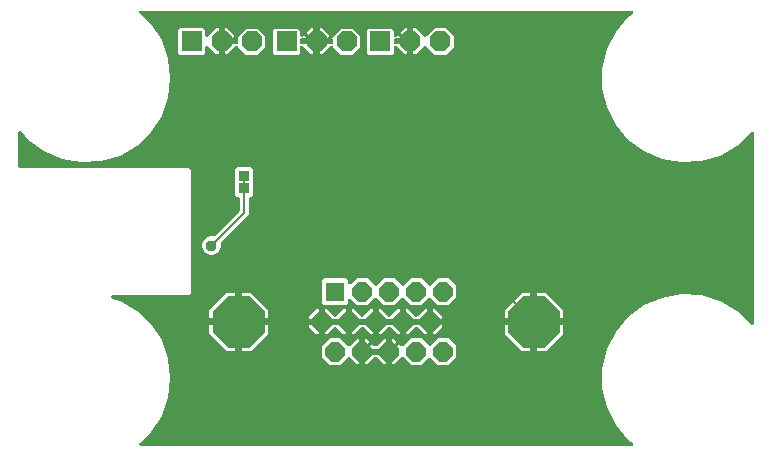
<source format=gbr>
G04 EAGLE Gerber RS-274X export*
G75*
%MOMM*%
%FSLAX34Y34*%
%LPD*%
%INBottom Copper*%
%IPPOS*%
%AMOC8*
5,1,8,0,0,1.08239X$1,22.5*%
G01*
%ADD10R,1.679600X1.679600*%
%ADD11P,1.817982X8X202.500000*%
%ADD12R,1.609600X1.609600*%
%ADD13P,1.742215X8X202.500000*%
%ADD14P,4.779834X8X202.500000*%
%ADD15C,0.304800*%
%ADD16C,0.959600*%
%ADD17C,0.152400*%
%ADD18R,0.959600X0.959600*%

G36*
X529411Y10165D02*
X529411Y10165D01*
X529448Y10162D01*
X529584Y10185D01*
X529721Y10201D01*
X529755Y10213D01*
X529792Y10219D01*
X529919Y10272D01*
X530049Y10318D01*
X530080Y10338D01*
X530114Y10352D01*
X530226Y10432D01*
X530342Y10507D01*
X530367Y10533D01*
X530397Y10555D01*
X530488Y10658D01*
X530584Y10758D01*
X530603Y10789D01*
X530627Y10817D01*
X530692Y10938D01*
X530763Y11057D01*
X530774Y11092D01*
X530791Y11124D01*
X530827Y11257D01*
X530869Y11389D01*
X530872Y11425D01*
X530881Y11461D01*
X530886Y11599D01*
X530897Y11736D01*
X530892Y11772D01*
X530893Y11809D01*
X530866Y11944D01*
X530845Y12081D01*
X530832Y12115D01*
X530825Y12151D01*
X530767Y12277D01*
X530717Y12405D01*
X530696Y12435D01*
X530680Y12468D01*
X530596Y12578D01*
X530518Y12691D01*
X530490Y12715D01*
X530468Y12744D01*
X530284Y12906D01*
X526591Y15656D01*
X515940Y28349D01*
X508503Y43156D01*
X504682Y59279D01*
X504682Y75849D01*
X508503Y91972D01*
X515940Y106779D01*
X526591Y119473D01*
X539882Y129367D01*
X555097Y135930D01*
X571414Y138808D01*
X587956Y137844D01*
X603830Y133092D01*
X618180Y124807D01*
X630260Y113410D01*
X630267Y113399D01*
X630335Y113333D01*
X630395Y113261D01*
X630459Y113213D01*
X630518Y113156D01*
X630598Y113108D01*
X630673Y113052D01*
X630747Y113019D01*
X630817Y112978D01*
X630906Y112949D01*
X630992Y112911D01*
X631072Y112896D01*
X631149Y112871D01*
X631242Y112864D01*
X631335Y112846D01*
X631416Y112850D01*
X631496Y112843D01*
X631589Y112857D01*
X631683Y112861D01*
X631761Y112883D01*
X631841Y112895D01*
X631928Y112930D01*
X632018Y112955D01*
X632089Y112994D01*
X632165Y113024D01*
X632242Y113077D01*
X632324Y113122D01*
X632384Y113177D01*
X632451Y113223D01*
X632514Y113292D01*
X632584Y113355D01*
X632630Y113421D01*
X632684Y113482D01*
X632730Y113564D01*
X632784Y113641D01*
X632814Y113716D01*
X632853Y113787D01*
X632878Y113877D01*
X632913Y113964D01*
X632926Y114044D01*
X632948Y114122D01*
X632959Y114260D01*
X632966Y114308D01*
X632964Y114331D01*
X632967Y114366D01*
X632967Y274762D01*
X632958Y274843D01*
X632959Y274924D01*
X632938Y275015D01*
X632927Y275108D01*
X632900Y275185D01*
X632882Y275264D01*
X632842Y275348D01*
X632810Y275437D01*
X632766Y275505D01*
X632731Y275578D01*
X632672Y275651D01*
X632621Y275729D01*
X632563Y275786D01*
X632512Y275849D01*
X632438Y275906D01*
X632370Y275972D01*
X632301Y276013D01*
X632237Y276063D01*
X632151Y276102D01*
X632071Y276150D01*
X631994Y276175D01*
X631920Y276209D01*
X631828Y276228D01*
X631739Y276257D01*
X631659Y276263D01*
X631579Y276279D01*
X631485Y276277D01*
X631392Y276285D01*
X631312Y276273D01*
X631231Y276270D01*
X631140Y276247D01*
X631047Y276233D01*
X630972Y276203D01*
X630893Y276183D01*
X630810Y276139D01*
X630723Y276104D01*
X630657Y276058D01*
X630585Y276020D01*
X630514Y275959D01*
X630437Y275905D01*
X630383Y275845D01*
X630322Y275792D01*
X630275Y275732D01*
X618180Y264321D01*
X603830Y256036D01*
X587956Y251284D01*
X571414Y250320D01*
X555097Y253198D01*
X539882Y259761D01*
X526591Y269655D01*
X515940Y282349D01*
X508503Y297156D01*
X504682Y313279D01*
X504682Y329849D01*
X508503Y345972D01*
X515940Y360779D01*
X526591Y373473D01*
X530284Y376222D01*
X530311Y376247D01*
X530342Y376267D01*
X530438Y376366D01*
X530538Y376461D01*
X530558Y376491D01*
X530584Y376518D01*
X530655Y376636D01*
X530731Y376751D01*
X530744Y376785D01*
X530763Y376817D01*
X530805Y376948D01*
X530853Y377078D01*
X530858Y377114D01*
X530869Y377149D01*
X530880Y377287D01*
X530898Y377423D01*
X530894Y377460D01*
X530897Y377496D01*
X530876Y377633D01*
X530863Y377770D01*
X530851Y377805D01*
X530845Y377841D01*
X530794Y377969D01*
X530750Y378100D01*
X530730Y378131D01*
X530717Y378165D01*
X530638Y378278D01*
X530565Y378395D01*
X530538Y378421D01*
X530518Y378451D01*
X530415Y378543D01*
X530317Y378641D01*
X530286Y378660D01*
X530259Y378684D01*
X530138Y378751D01*
X530021Y378823D01*
X529986Y378835D01*
X529954Y378853D01*
X529821Y378890D01*
X529690Y378934D01*
X529654Y378938D01*
X529618Y378948D01*
X529375Y378967D01*
X113844Y378967D01*
X113723Y378953D01*
X113600Y378948D01*
X113550Y378933D01*
X113498Y378927D01*
X113383Y378886D01*
X113265Y378853D01*
X113219Y378827D01*
X113170Y378810D01*
X113067Y378744D01*
X112960Y378684D01*
X112921Y378649D01*
X112877Y378621D01*
X112792Y378533D01*
X112701Y378451D01*
X112671Y378408D01*
X112635Y378370D01*
X112572Y378265D01*
X112502Y378165D01*
X112483Y378116D01*
X112456Y378071D01*
X112419Y377955D01*
X112374Y377841D01*
X112366Y377789D01*
X112350Y377739D01*
X112340Y377617D01*
X112322Y377496D01*
X112326Y377444D01*
X112322Y377392D01*
X112340Y377271D01*
X112350Y377149D01*
X112366Y377099D01*
X112374Y377047D01*
X112419Y376933D01*
X112456Y376817D01*
X112483Y376772D01*
X112502Y376723D01*
X112572Y376623D01*
X112635Y376518D01*
X112679Y376468D01*
X112701Y376437D01*
X112736Y376406D01*
X112799Y376336D01*
X122232Y367436D01*
X131338Y353592D01*
X137005Y338022D01*
X138928Y321564D01*
X137005Y305106D01*
X131338Y289536D01*
X122232Y275692D01*
X110180Y264321D01*
X95830Y256036D01*
X79956Y251284D01*
X63414Y250320D01*
X47097Y253198D01*
X31882Y259761D01*
X18591Y269655D01*
X12851Y276496D01*
X12731Y276610D01*
X12610Y276726D01*
X12603Y276730D01*
X12598Y276736D01*
X12454Y276820D01*
X12311Y276905D01*
X12304Y276907D01*
X12297Y276911D01*
X12137Y276961D01*
X11979Y277011D01*
X11971Y277012D01*
X11964Y277014D01*
X11797Y277026D01*
X11632Y277039D01*
X11624Y277038D01*
X11616Y277039D01*
X11452Y277012D01*
X11287Y276988D01*
X11280Y276985D01*
X11272Y276983D01*
X11118Y276920D01*
X10963Y276859D01*
X10957Y276854D01*
X10950Y276851D01*
X10814Y276755D01*
X10677Y276660D01*
X10672Y276654D01*
X10665Y276650D01*
X10556Y276525D01*
X10444Y276401D01*
X10440Y276394D01*
X10435Y276388D01*
X10356Y276242D01*
X10275Y276096D01*
X10273Y276089D01*
X10269Y276082D01*
X10226Y275921D01*
X10180Y275761D01*
X10180Y275751D01*
X10178Y275745D01*
X10177Y275719D01*
X10161Y275517D01*
X10161Y247142D01*
X10164Y247116D01*
X10162Y247090D01*
X10184Y246943D01*
X10201Y246796D01*
X10209Y246771D01*
X10213Y246745D01*
X10268Y246607D01*
X10318Y246468D01*
X10332Y246446D01*
X10342Y246421D01*
X10427Y246300D01*
X10507Y246175D01*
X10526Y246157D01*
X10541Y246135D01*
X10651Y246036D01*
X10758Y245933D01*
X10780Y245919D01*
X10800Y245902D01*
X10930Y245830D01*
X11057Y245754D01*
X11082Y245746D01*
X11105Y245733D01*
X11248Y245693D01*
X11389Y245648D01*
X11415Y245646D01*
X11440Y245638D01*
X11684Y245619D01*
X154298Y245619D01*
X156084Y243833D01*
X156084Y139707D01*
X154298Y137921D01*
X90098Y137921D01*
X89971Y137907D01*
X89844Y137900D01*
X89798Y137887D01*
X89752Y137881D01*
X89632Y137838D01*
X89509Y137803D01*
X89468Y137780D01*
X89424Y137764D01*
X89316Y137695D01*
X89205Y137632D01*
X89170Y137600D01*
X89131Y137575D01*
X89042Y137483D01*
X88948Y137397D01*
X88921Y137358D01*
X88889Y137324D01*
X88823Y137215D01*
X88751Y137109D01*
X88734Y137065D01*
X88710Y137025D01*
X88671Y136904D01*
X88625Y136785D01*
X88618Y136738D01*
X88604Y136693D01*
X88593Y136566D01*
X88575Y136440D01*
X88579Y136393D01*
X88576Y136346D01*
X88594Y136220D01*
X88606Y136092D01*
X88620Y136048D01*
X88627Y136001D01*
X88674Y135883D01*
X88714Y135761D01*
X88739Y135721D01*
X88756Y135677D01*
X88829Y135573D01*
X88895Y135463D01*
X88928Y135430D01*
X88955Y135391D01*
X89049Y135306D01*
X89139Y135214D01*
X89179Y135189D01*
X89214Y135158D01*
X89325Y135096D01*
X89433Y135027D01*
X89488Y135006D01*
X89519Y134989D01*
X89565Y134976D01*
X89661Y134939D01*
X95830Y133092D01*
X110180Y124807D01*
X122232Y113436D01*
X131338Y99592D01*
X137005Y84022D01*
X138928Y67564D01*
X137005Y51106D01*
X131338Y35536D01*
X122232Y21692D01*
X112799Y12792D01*
X112720Y12698D01*
X112635Y12610D01*
X112608Y12565D01*
X112574Y12525D01*
X112519Y12416D01*
X112456Y12311D01*
X112440Y12261D01*
X112416Y12215D01*
X112387Y12096D01*
X112350Y11979D01*
X112346Y11927D01*
X112333Y11876D01*
X112332Y11754D01*
X112322Y11632D01*
X112330Y11580D01*
X112329Y11528D01*
X112355Y11408D01*
X112374Y11287D01*
X112393Y11238D01*
X112404Y11188D01*
X112457Y11077D01*
X112502Y10963D01*
X112532Y10920D01*
X112555Y10873D01*
X112631Y10778D01*
X112701Y10677D01*
X112740Y10642D01*
X112773Y10601D01*
X112869Y10526D01*
X112960Y10444D01*
X113006Y10418D01*
X113047Y10386D01*
X113158Y10334D01*
X113265Y10275D01*
X113315Y10261D01*
X113363Y10239D01*
X113483Y10214D01*
X113600Y10180D01*
X113667Y10175D01*
X113704Y10167D01*
X113750Y10168D01*
X113844Y10161D01*
X529375Y10161D01*
X529411Y10165D01*
G37*
%LPC*%
G36*
X268953Y129873D02*
X268953Y129873D01*
X267167Y131659D01*
X267167Y150281D01*
X268953Y152067D01*
X287575Y152067D01*
X289361Y150281D01*
X289361Y148537D01*
X289372Y148437D01*
X289374Y148337D01*
X289392Y148265D01*
X289401Y148191D01*
X289434Y148097D01*
X289459Y147999D01*
X289493Y147933D01*
X289518Y147863D01*
X289573Y147779D01*
X289619Y147689D01*
X289667Y147633D01*
X289707Y147570D01*
X289779Y147500D01*
X289844Y147424D01*
X289904Y147380D01*
X289958Y147328D01*
X290044Y147276D01*
X290125Y147217D01*
X290193Y147187D01*
X290257Y147149D01*
X290353Y147119D01*
X290445Y147079D01*
X290518Y147066D01*
X290589Y147043D01*
X290689Y147035D01*
X290788Y147017D01*
X290862Y147021D01*
X290936Y147015D01*
X291036Y147030D01*
X291136Y147035D01*
X291207Y147056D01*
X291281Y147067D01*
X291374Y147104D01*
X291471Y147132D01*
X291536Y147168D01*
X291605Y147195D01*
X291687Y147253D01*
X291775Y147302D01*
X291851Y147367D01*
X291891Y147394D01*
X291915Y147421D01*
X291961Y147460D01*
X296568Y152067D01*
X305760Y152067D01*
X311537Y146290D01*
X311557Y146274D01*
X311574Y146254D01*
X311694Y146166D01*
X311810Y146074D01*
X311834Y146062D01*
X311855Y146047D01*
X311991Y145988D01*
X312125Y145925D01*
X312151Y145919D01*
X312175Y145909D01*
X312321Y145883D01*
X312466Y145851D01*
X312492Y145852D01*
X312518Y145847D01*
X312666Y145855D01*
X312814Y145857D01*
X312840Y145864D01*
X312866Y145865D01*
X313008Y145906D01*
X313152Y145942D01*
X313175Y145954D01*
X313201Y145962D01*
X313330Y146034D01*
X313462Y146102D01*
X313482Y146119D01*
X313505Y146132D01*
X313691Y146290D01*
X319468Y152067D01*
X328660Y152067D01*
X334437Y146290D01*
X334457Y146274D01*
X334474Y146254D01*
X334594Y146166D01*
X334710Y146074D01*
X334734Y146062D01*
X334755Y146047D01*
X334891Y145988D01*
X335025Y145925D01*
X335051Y145919D01*
X335075Y145909D01*
X335221Y145883D01*
X335366Y145851D01*
X335392Y145852D01*
X335418Y145847D01*
X335566Y145855D01*
X335714Y145857D01*
X335740Y145864D01*
X335766Y145865D01*
X335908Y145906D01*
X336052Y145942D01*
X336075Y145954D01*
X336101Y145962D01*
X336230Y146034D01*
X336362Y146102D01*
X336382Y146119D01*
X336405Y146132D01*
X336591Y146290D01*
X342368Y152067D01*
X351560Y152067D01*
X357337Y146290D01*
X357357Y146274D01*
X357374Y146254D01*
X357494Y146166D01*
X357610Y146074D01*
X357634Y146062D01*
X357655Y146047D01*
X357791Y145988D01*
X357925Y145925D01*
X357951Y145919D01*
X357975Y145909D01*
X358121Y145883D01*
X358266Y145851D01*
X358292Y145852D01*
X358318Y145847D01*
X358466Y145855D01*
X358614Y145857D01*
X358640Y145864D01*
X358666Y145865D01*
X358808Y145906D01*
X358952Y145942D01*
X358975Y145954D01*
X359001Y145962D01*
X359130Y146034D01*
X359262Y146102D01*
X359282Y146119D01*
X359305Y146132D01*
X359491Y146290D01*
X365268Y152067D01*
X374460Y152067D01*
X380961Y145566D01*
X380961Y136374D01*
X374460Y129873D01*
X365268Y129873D01*
X359491Y135650D01*
X359471Y135666D01*
X359454Y135686D01*
X359334Y135774D01*
X359218Y135866D01*
X359194Y135878D01*
X359173Y135893D01*
X359037Y135952D01*
X358903Y136015D01*
X358877Y136021D01*
X358853Y136031D01*
X358707Y136058D01*
X358562Y136089D01*
X358536Y136088D01*
X358510Y136093D01*
X358362Y136085D01*
X358214Y136083D01*
X358188Y136076D01*
X358162Y136075D01*
X358020Y136034D01*
X357876Y135998D01*
X357853Y135986D01*
X357827Y135978D01*
X357698Y135906D01*
X357566Y135838D01*
X357546Y135821D01*
X357523Y135808D01*
X357337Y135650D01*
X351560Y129873D01*
X342368Y129873D01*
X336591Y135650D01*
X336571Y135666D01*
X336554Y135686D01*
X336434Y135774D01*
X336318Y135866D01*
X336294Y135878D01*
X336273Y135893D01*
X336137Y135952D01*
X336003Y136015D01*
X335977Y136021D01*
X335953Y136031D01*
X335807Y136058D01*
X335662Y136089D01*
X335636Y136088D01*
X335610Y136093D01*
X335462Y136085D01*
X335314Y136083D01*
X335288Y136076D01*
X335262Y136075D01*
X335120Y136034D01*
X334976Y135998D01*
X334953Y135986D01*
X334927Y135978D01*
X334798Y135906D01*
X334666Y135838D01*
X334646Y135821D01*
X334623Y135808D01*
X334437Y135650D01*
X328660Y129873D01*
X319468Y129873D01*
X313691Y135650D01*
X313671Y135666D01*
X313654Y135686D01*
X313534Y135774D01*
X313418Y135866D01*
X313394Y135878D01*
X313373Y135893D01*
X313237Y135952D01*
X313103Y136015D01*
X313077Y136021D01*
X313053Y136031D01*
X312907Y136058D01*
X312762Y136089D01*
X312736Y136088D01*
X312710Y136093D01*
X312562Y136085D01*
X312414Y136083D01*
X312388Y136076D01*
X312362Y136075D01*
X312220Y136034D01*
X312076Y135998D01*
X312053Y135986D01*
X312027Y135978D01*
X311898Y135906D01*
X311766Y135838D01*
X311746Y135821D01*
X311723Y135808D01*
X311537Y135650D01*
X305760Y129873D01*
X296568Y129873D01*
X291961Y134480D01*
X291883Y134542D01*
X291810Y134612D01*
X291746Y134650D01*
X291688Y134696D01*
X291597Y134739D01*
X291511Y134791D01*
X291440Y134814D01*
X291373Y134845D01*
X291275Y134866D01*
X291179Y134897D01*
X291105Y134903D01*
X291032Y134919D01*
X290932Y134917D01*
X290832Y134925D01*
X290758Y134914D01*
X290684Y134913D01*
X290587Y134888D01*
X290487Y134873D01*
X290418Y134846D01*
X290346Y134828D01*
X290256Y134782D01*
X290163Y134745D01*
X290102Y134702D01*
X290036Y134668D01*
X289959Y134603D01*
X289877Y134546D01*
X289827Y134491D01*
X289771Y134442D01*
X289711Y134361D01*
X289644Y134287D01*
X289608Y134222D01*
X289563Y134162D01*
X289524Y134070D01*
X289475Y133982D01*
X289455Y133910D01*
X289425Y133842D01*
X289408Y133743D01*
X289380Y133646D01*
X289372Y133546D01*
X289364Y133499D01*
X289366Y133463D01*
X289361Y133403D01*
X289361Y131659D01*
X287575Y129873D01*
X268953Y129873D01*
G37*
%LPD*%
%LPC*%
G36*
X342368Y79073D02*
X342368Y79073D01*
X336232Y85209D01*
X336211Y85225D01*
X336194Y85245D01*
X336075Y85334D01*
X335959Y85426D01*
X335935Y85437D01*
X335914Y85452D01*
X335778Y85511D01*
X335644Y85575D01*
X335618Y85580D01*
X335594Y85590D01*
X335448Y85617D01*
X335303Y85648D01*
X335277Y85647D01*
X335251Y85652D01*
X335103Y85644D01*
X334955Y85642D01*
X334929Y85636D01*
X334903Y85634D01*
X334761Y85593D01*
X334617Y85557D01*
X334593Y85545D01*
X334568Y85538D01*
X334439Y85465D01*
X334307Y85397D01*
X334287Y85380D01*
X334264Y85367D01*
X334078Y85209D01*
X328450Y79581D01*
X326563Y79581D01*
X326563Y89194D01*
X326560Y89220D01*
X326562Y89246D01*
X326540Y89393D01*
X326523Y89540D01*
X326515Y89565D01*
X326511Y89591D01*
X326456Y89728D01*
X326406Y89868D01*
X326392Y89890D01*
X326382Y89915D01*
X326297Y90036D01*
X326217Y90161D01*
X326204Y90173D01*
X326249Y90220D01*
X326263Y90243D01*
X326280Y90262D01*
X326352Y90392D01*
X326428Y90519D01*
X326436Y90544D01*
X326449Y90567D01*
X326489Y90710D01*
X326534Y90851D01*
X326536Y90877D01*
X326544Y90902D01*
X326563Y91146D01*
X326563Y100759D01*
X328450Y100759D01*
X334078Y95131D01*
X334098Y95115D01*
X334115Y95095D01*
X334235Y95006D01*
X334351Y94914D01*
X334374Y94903D01*
X334396Y94888D01*
X334532Y94829D01*
X334666Y94765D01*
X334691Y94760D01*
X334716Y94750D01*
X334862Y94723D01*
X335006Y94692D01*
X335033Y94693D01*
X335059Y94688D01*
X335207Y94696D01*
X335355Y94698D01*
X335380Y94704D01*
X335407Y94706D01*
X335549Y94747D01*
X335693Y94783D01*
X335716Y94795D01*
X335741Y94802D01*
X335871Y94875D01*
X336003Y94943D01*
X336023Y94960D01*
X336046Y94973D01*
X336232Y95131D01*
X342368Y101267D01*
X351560Y101267D01*
X357337Y95490D01*
X357357Y95474D01*
X357374Y95454D01*
X357494Y95366D01*
X357610Y95274D01*
X357634Y95262D01*
X357655Y95247D01*
X357791Y95188D01*
X357925Y95125D01*
X357951Y95119D01*
X357975Y95109D01*
X358121Y95083D01*
X358266Y95051D01*
X358292Y95052D01*
X358318Y95047D01*
X358466Y95055D01*
X358614Y95057D01*
X358640Y95064D01*
X358666Y95065D01*
X358808Y95106D01*
X358952Y95142D01*
X358975Y95154D01*
X359001Y95162D01*
X359130Y95234D01*
X359262Y95302D01*
X359282Y95319D01*
X359305Y95332D01*
X359491Y95490D01*
X365268Y101267D01*
X374460Y101267D01*
X380961Y94766D01*
X380961Y85574D01*
X374460Y79073D01*
X365268Y79073D01*
X359491Y84850D01*
X359471Y84866D01*
X359454Y84886D01*
X359334Y84974D01*
X359218Y85066D01*
X359194Y85078D01*
X359173Y85093D01*
X359037Y85152D01*
X358903Y85215D01*
X358877Y85221D01*
X358853Y85231D01*
X358707Y85258D01*
X358562Y85289D01*
X358536Y85288D01*
X358510Y85293D01*
X358362Y85285D01*
X358214Y85283D01*
X358188Y85276D01*
X358162Y85275D01*
X358020Y85234D01*
X357876Y85198D01*
X357853Y85186D01*
X357827Y85178D01*
X357698Y85106D01*
X357566Y85038D01*
X357546Y85021D01*
X357523Y85008D01*
X357337Y84850D01*
X351560Y79073D01*
X342368Y79073D01*
G37*
%LPD*%
%LPC*%
G36*
X172048Y172112D02*
X172048Y172112D01*
X169164Y173307D01*
X166957Y175514D01*
X165762Y178398D01*
X165762Y181520D01*
X166957Y184404D01*
X169164Y186611D01*
X172048Y187806D01*
X175436Y187806D01*
X175561Y187820D01*
X175687Y187827D01*
X175734Y187840D01*
X175782Y187846D01*
X175901Y187888D01*
X176022Y187923D01*
X176064Y187947D01*
X176110Y187963D01*
X176216Y188032D01*
X176326Y188093D01*
X176373Y188133D01*
X176403Y188152D01*
X176436Y188187D01*
X176513Y188252D01*
X197038Y208777D01*
X197117Y208876D01*
X197201Y208970D01*
X197225Y209013D01*
X197255Y209050D01*
X197309Y209165D01*
X197370Y209275D01*
X197383Y209322D01*
X197404Y209365D01*
X197430Y209489D01*
X197465Y209611D01*
X197470Y209671D01*
X197477Y209706D01*
X197476Y209754D01*
X197484Y209854D01*
X197484Y219357D01*
X197481Y219383D01*
X197483Y219409D01*
X197461Y219556D01*
X197444Y219703D01*
X197436Y219728D01*
X197432Y219754D01*
X197377Y219892D01*
X197327Y220031D01*
X197313Y220053D01*
X197303Y220078D01*
X197218Y220199D01*
X197138Y220324D01*
X197119Y220342D01*
X197104Y220364D01*
X196994Y220463D01*
X196887Y220566D01*
X196865Y220580D01*
X196845Y220597D01*
X196715Y220669D01*
X196588Y220745D01*
X196563Y220753D01*
X196540Y220766D01*
X196397Y220806D01*
X196256Y220851D01*
X196230Y220853D01*
X196205Y220861D01*
X195961Y220880D01*
X195234Y220880D01*
X193448Y222666D01*
X193448Y244567D01*
X195234Y246353D01*
X207356Y246353D01*
X209142Y244567D01*
X209142Y222666D01*
X207356Y220880D01*
X206629Y220880D01*
X206603Y220877D01*
X206577Y220879D01*
X206430Y220857D01*
X206283Y220840D01*
X206258Y220832D01*
X206232Y220828D01*
X206094Y220773D01*
X205955Y220723D01*
X205933Y220709D01*
X205908Y220699D01*
X205787Y220614D01*
X205662Y220534D01*
X205644Y220515D01*
X205622Y220500D01*
X205523Y220390D01*
X205420Y220283D01*
X205406Y220261D01*
X205389Y220241D01*
X205317Y220111D01*
X205241Y219984D01*
X205233Y219959D01*
X205220Y219936D01*
X205180Y219793D01*
X205135Y219652D01*
X205133Y219626D01*
X205125Y219601D01*
X205106Y219357D01*
X205106Y206067D01*
X181902Y182863D01*
X181823Y182764D01*
X181739Y182670D01*
X181715Y182627D01*
X181685Y182590D01*
X181631Y182475D01*
X181570Y182365D01*
X181557Y182318D01*
X181536Y182275D01*
X181510Y182151D01*
X181475Y182029D01*
X181470Y181969D01*
X181463Y181934D01*
X181464Y181886D01*
X181456Y181786D01*
X181456Y178398D01*
X180261Y175514D01*
X178054Y173307D01*
X175170Y172112D01*
X172048Y172112D01*
G37*
%LPD*%
%LPC*%
G36*
X147311Y341486D02*
X147311Y341486D01*
X145525Y343272D01*
X145525Y362594D01*
X147311Y364380D01*
X166633Y364380D01*
X168419Y362594D01*
X168419Y358127D01*
X168430Y358027D01*
X168432Y357927D01*
X168450Y357855D01*
X168459Y357781D01*
X168492Y357686D01*
X168517Y357589D01*
X168551Y357523D01*
X168576Y357453D01*
X168631Y357368D01*
X168677Y357279D01*
X168725Y357222D01*
X168765Y357160D01*
X168837Y357090D01*
X168902Y357013D01*
X168962Y356969D01*
X169016Y356918D01*
X169102Y356866D01*
X169183Y356806D01*
X169251Y356777D01*
X169315Y356739D01*
X169411Y356708D01*
X169503Y356668D01*
X169576Y356655D01*
X169647Y356632D01*
X169747Y356624D01*
X169846Y356607D01*
X169920Y356610D01*
X169994Y356605D01*
X170094Y356619D01*
X170194Y356625D01*
X170265Y356645D01*
X170339Y356656D01*
X170432Y356693D01*
X170529Y356721D01*
X170594Y356757D01*
X170663Y356785D01*
X170745Y356842D01*
X170833Y356891D01*
X170909Y356956D01*
X170949Y356984D01*
X170973Y357010D01*
X171019Y357050D01*
X177841Y363872D01*
X179698Y363872D01*
X179698Y354084D01*
X179701Y354058D01*
X179699Y354032D01*
X179721Y353885D01*
X179738Y353738D01*
X179746Y353713D01*
X179750Y353687D01*
X179805Y353550D01*
X179855Y353410D01*
X179869Y353388D01*
X179879Y353363D01*
X179964Y353242D01*
X180044Y353117D01*
X180063Y353099D01*
X180078Y353077D01*
X180188Y352978D01*
X180231Y352937D01*
X180214Y352925D01*
X180115Y352815D01*
X180012Y352708D01*
X179998Y352685D01*
X179981Y352666D01*
X179909Y352536D01*
X179833Y352409D01*
X179825Y352384D01*
X179812Y352361D01*
X179772Y352218D01*
X179727Y352077D01*
X179724Y352051D01*
X179717Y352026D01*
X179698Y351782D01*
X179698Y341994D01*
X177841Y341994D01*
X171019Y348816D01*
X170941Y348879D01*
X170868Y348948D01*
X170804Y348987D01*
X170746Y349033D01*
X170655Y349076D01*
X170569Y349127D01*
X170498Y349150D01*
X170431Y349182D01*
X170333Y349203D01*
X170237Y349234D01*
X170163Y349239D01*
X170090Y349255D01*
X169990Y349253D01*
X169890Y349261D01*
X169816Y349250D01*
X169742Y349249D01*
X169645Y349225D01*
X169545Y349210D01*
X169476Y349182D01*
X169404Y349164D01*
X169314Y349118D01*
X169221Y349081D01*
X169160Y349039D01*
X169094Y349005D01*
X169017Y348939D01*
X168935Y348882D01*
X168885Y348827D01*
X168829Y348779D01*
X168769Y348698D01*
X168702Y348623D01*
X168666Y348558D01*
X168621Y348498D01*
X168582Y348406D01*
X168533Y348318D01*
X168513Y348247D01*
X168483Y348178D01*
X168466Y348080D01*
X168438Y347983D01*
X168430Y347883D01*
X168422Y347835D01*
X168424Y347800D01*
X168419Y347739D01*
X168419Y343272D01*
X166633Y341486D01*
X147311Y341486D01*
G37*
%LPD*%
%LPC*%
G36*
X227575Y341486D02*
X227575Y341486D01*
X225789Y343272D01*
X225789Y362594D01*
X227575Y364380D01*
X246897Y364380D01*
X248683Y362594D01*
X248683Y358127D01*
X248694Y358027D01*
X248696Y357927D01*
X248714Y357855D01*
X248723Y357781D01*
X248756Y357686D01*
X248781Y357589D01*
X248815Y357523D01*
X248840Y357453D01*
X248895Y357368D01*
X248941Y357279D01*
X248989Y357222D01*
X249029Y357160D01*
X249101Y357090D01*
X249166Y357013D01*
X249226Y356969D01*
X249280Y356918D01*
X249366Y356866D01*
X249447Y356806D01*
X249515Y356777D01*
X249579Y356739D01*
X249675Y356708D01*
X249767Y356668D01*
X249840Y356655D01*
X249911Y356632D01*
X250011Y356624D01*
X250110Y356607D01*
X250184Y356610D01*
X250258Y356605D01*
X250358Y356619D01*
X250458Y356625D01*
X250529Y356645D01*
X250603Y356656D01*
X250696Y356693D01*
X250793Y356721D01*
X250858Y356757D01*
X250927Y356785D01*
X251009Y356842D01*
X251097Y356891D01*
X251173Y356956D01*
X251213Y356984D01*
X251237Y357010D01*
X251283Y357050D01*
X258105Y363872D01*
X259962Y363872D01*
X259962Y355607D01*
X250206Y355607D01*
X250180Y355604D01*
X250154Y355606D01*
X250007Y355584D01*
X249860Y355567D01*
X249835Y355559D01*
X249809Y355555D01*
X249671Y355500D01*
X249532Y355450D01*
X249510Y355436D01*
X249485Y355426D01*
X249364Y355341D01*
X249239Y355261D01*
X249221Y355242D01*
X249199Y355227D01*
X249100Y355117D01*
X248997Y355010D01*
X248983Y354988D01*
X248966Y354968D01*
X248894Y354838D01*
X248818Y354711D01*
X248810Y354686D01*
X248797Y354663D01*
X248757Y354520D01*
X248712Y354379D01*
X248710Y354353D01*
X248702Y354328D01*
X248683Y354084D01*
X248683Y351782D01*
X248686Y351756D01*
X248684Y351730D01*
X248706Y351583D01*
X248723Y351436D01*
X248731Y351411D01*
X248735Y351385D01*
X248790Y351247D01*
X248840Y351108D01*
X248854Y351086D01*
X248864Y351061D01*
X248949Y350940D01*
X249029Y350815D01*
X249048Y350797D01*
X249063Y350775D01*
X249173Y350676D01*
X249280Y350573D01*
X249302Y350559D01*
X249322Y350542D01*
X249452Y350470D01*
X249579Y350394D01*
X249604Y350386D01*
X249627Y350373D01*
X249770Y350333D01*
X249911Y350288D01*
X249937Y350285D01*
X249962Y350278D01*
X250206Y350259D01*
X259962Y350259D01*
X259962Y341994D01*
X258105Y341994D01*
X251283Y348816D01*
X251205Y348879D01*
X251132Y348948D01*
X251068Y348987D01*
X251010Y349033D01*
X250919Y349076D01*
X250833Y349127D01*
X250762Y349150D01*
X250695Y349182D01*
X250597Y349203D01*
X250501Y349234D01*
X250427Y349239D01*
X250354Y349255D01*
X250254Y349253D01*
X250154Y349261D01*
X250080Y349250D01*
X250006Y349249D01*
X249909Y349225D01*
X249809Y349210D01*
X249740Y349182D01*
X249668Y349164D01*
X249578Y349118D01*
X249485Y349081D01*
X249424Y349039D01*
X249358Y349005D01*
X249281Y348939D01*
X249199Y348882D01*
X249149Y348827D01*
X249093Y348779D01*
X249033Y348698D01*
X248966Y348623D01*
X248930Y348558D01*
X248885Y348498D01*
X248846Y348406D01*
X248797Y348318D01*
X248777Y348247D01*
X248747Y348178D01*
X248730Y348080D01*
X248702Y347983D01*
X248694Y347883D01*
X248686Y347835D01*
X248688Y347800D01*
X248683Y347739D01*
X248683Y343272D01*
X246897Y341486D01*
X227575Y341486D01*
G37*
%LPD*%
%LPC*%
G36*
X306823Y341486D02*
X306823Y341486D01*
X305037Y343272D01*
X305037Y362594D01*
X306823Y364380D01*
X326145Y364380D01*
X327931Y362594D01*
X327931Y358127D01*
X327942Y358027D01*
X327944Y357927D01*
X327962Y357855D01*
X327971Y357781D01*
X328004Y357686D01*
X328029Y357589D01*
X328063Y357523D01*
X328088Y357453D01*
X328143Y357368D01*
X328189Y357279D01*
X328237Y357222D01*
X328277Y357160D01*
X328349Y357090D01*
X328414Y357013D01*
X328474Y356969D01*
X328528Y356918D01*
X328614Y356866D01*
X328695Y356806D01*
X328763Y356777D01*
X328827Y356739D01*
X328923Y356708D01*
X329015Y356668D01*
X329088Y356655D01*
X329159Y356632D01*
X329259Y356624D01*
X329358Y356607D01*
X329432Y356610D01*
X329506Y356605D01*
X329606Y356619D01*
X329706Y356625D01*
X329777Y356645D01*
X329851Y356656D01*
X329944Y356693D01*
X330041Y356721D01*
X330106Y356757D01*
X330175Y356785D01*
X330257Y356842D01*
X330345Y356891D01*
X330421Y356956D01*
X330461Y356984D01*
X330485Y357010D01*
X330531Y357050D01*
X337353Y363872D01*
X339210Y363872D01*
X339210Y355607D01*
X329454Y355607D01*
X329428Y355604D01*
X329402Y355606D01*
X329255Y355584D01*
X329108Y355567D01*
X329083Y355559D01*
X329057Y355555D01*
X328919Y355500D01*
X328780Y355450D01*
X328758Y355436D01*
X328733Y355426D01*
X328612Y355341D01*
X328487Y355261D01*
X328469Y355242D01*
X328447Y355227D01*
X328348Y355117D01*
X328245Y355010D01*
X328231Y354988D01*
X328214Y354968D01*
X328142Y354838D01*
X328066Y354711D01*
X328058Y354686D01*
X328045Y354663D01*
X328005Y354520D01*
X327960Y354379D01*
X327958Y354353D01*
X327950Y354328D01*
X327931Y354084D01*
X327931Y351782D01*
X327934Y351756D01*
X327932Y351730D01*
X327954Y351583D01*
X327971Y351436D01*
X327979Y351411D01*
X327983Y351385D01*
X328038Y351247D01*
X328088Y351108D01*
X328102Y351086D01*
X328112Y351061D01*
X328197Y350940D01*
X328277Y350815D01*
X328296Y350797D01*
X328311Y350775D01*
X328421Y350676D01*
X328528Y350573D01*
X328550Y350559D01*
X328570Y350542D01*
X328700Y350470D01*
X328827Y350394D01*
X328852Y350386D01*
X328875Y350373D01*
X329018Y350333D01*
X329159Y350288D01*
X329185Y350285D01*
X329210Y350278D01*
X329454Y350259D01*
X339210Y350259D01*
X339210Y341994D01*
X337353Y341994D01*
X330531Y348816D01*
X330453Y348879D01*
X330380Y348948D01*
X330316Y348987D01*
X330258Y349033D01*
X330167Y349076D01*
X330081Y349127D01*
X330010Y349150D01*
X329943Y349182D01*
X329845Y349203D01*
X329749Y349234D01*
X329675Y349239D01*
X329602Y349255D01*
X329502Y349253D01*
X329402Y349261D01*
X329328Y349250D01*
X329254Y349249D01*
X329157Y349225D01*
X329057Y349210D01*
X328988Y349182D01*
X328916Y349164D01*
X328826Y349118D01*
X328733Y349081D01*
X328672Y349039D01*
X328606Y349005D01*
X328529Y348939D01*
X328447Y348882D01*
X328397Y348827D01*
X328341Y348779D01*
X328281Y348698D01*
X328214Y348623D01*
X328178Y348558D01*
X328133Y348498D01*
X328094Y348406D01*
X328045Y348318D01*
X328025Y348247D01*
X327995Y348178D01*
X327978Y348080D01*
X327950Y347983D01*
X327942Y347883D01*
X327934Y347835D01*
X327936Y347800D01*
X327931Y347739D01*
X327931Y343272D01*
X326145Y341486D01*
X306823Y341486D01*
G37*
%LPD*%
%LPC*%
G36*
X362543Y341486D02*
X362543Y341486D01*
X355726Y348303D01*
X355705Y348343D01*
X355680Y348413D01*
X355625Y348498D01*
X355579Y348587D01*
X355531Y348644D01*
X355491Y348706D01*
X355419Y348776D01*
X355354Y348853D01*
X355294Y348897D01*
X355240Y348948D01*
X355154Y349000D01*
X355073Y349060D01*
X355005Y349089D01*
X354941Y349127D01*
X354845Y349158D01*
X354753Y349198D01*
X354680Y349211D01*
X354609Y349234D01*
X354509Y349242D01*
X354410Y349259D01*
X354336Y349256D01*
X354262Y349261D01*
X354162Y349247D01*
X354062Y349241D01*
X353991Y349221D01*
X353917Y349210D01*
X353824Y349173D01*
X353727Y349145D01*
X353662Y349109D01*
X353593Y349081D01*
X353511Y349024D01*
X353423Y348975D01*
X353347Y348910D01*
X353307Y348882D01*
X353283Y348856D01*
X353237Y348816D01*
X346415Y341994D01*
X344558Y341994D01*
X344558Y351782D01*
X344555Y351808D01*
X344557Y351834D01*
X344535Y351981D01*
X344518Y352128D01*
X344510Y352153D01*
X344506Y352179D01*
X344451Y352316D01*
X344401Y352456D01*
X344387Y352478D01*
X344377Y352503D01*
X344292Y352624D01*
X344212Y352749D01*
X344193Y352767D01*
X344178Y352789D01*
X344068Y352888D01*
X344025Y352929D01*
X344042Y352941D01*
X344141Y353051D01*
X344244Y353158D01*
X344258Y353181D01*
X344275Y353200D01*
X344347Y353330D01*
X344423Y353457D01*
X344431Y353482D01*
X344444Y353505D01*
X344484Y353648D01*
X344529Y353789D01*
X344531Y353815D01*
X344539Y353840D01*
X344558Y354084D01*
X344558Y363872D01*
X346415Y363872D01*
X353237Y357050D01*
X353315Y356987D01*
X353388Y356918D01*
X353452Y356879D01*
X353510Y356833D01*
X353601Y356790D01*
X353687Y356739D01*
X353758Y356716D01*
X353825Y356684D01*
X353923Y356663D01*
X354019Y356632D01*
X354093Y356627D01*
X354166Y356611D01*
X354266Y356613D01*
X354366Y356605D01*
X354440Y356616D01*
X354514Y356617D01*
X354611Y356641D01*
X354711Y356656D01*
X354780Y356684D01*
X354852Y356702D01*
X354942Y356748D01*
X355035Y356785D01*
X355096Y356827D01*
X355162Y356861D01*
X355239Y356927D01*
X355321Y356984D01*
X355371Y357039D01*
X355427Y357087D01*
X355487Y357168D01*
X355554Y357243D01*
X355590Y357308D01*
X355635Y357368D01*
X355674Y357460D01*
X355723Y357548D01*
X355728Y357565D01*
X362543Y364380D01*
X372025Y364380D01*
X378731Y357674D01*
X378731Y348192D01*
X372025Y341486D01*
X362543Y341486D01*
G37*
%LPD*%
%LPC*%
G36*
X273668Y79073D02*
X273668Y79073D01*
X267167Y85574D01*
X267167Y94766D01*
X273668Y101267D01*
X282860Y101267D01*
X288996Y95131D01*
X289017Y95115D01*
X289034Y95095D01*
X289153Y95006D01*
X289269Y94914D01*
X289293Y94903D01*
X289314Y94888D01*
X289450Y94829D01*
X289584Y94765D01*
X289610Y94760D01*
X289634Y94750D01*
X289780Y94723D01*
X289925Y94692D01*
X289951Y94693D01*
X289977Y94688D01*
X290125Y94696D01*
X290273Y94698D01*
X290299Y94704D01*
X290325Y94706D01*
X290467Y94747D01*
X290611Y94783D01*
X290635Y94795D01*
X290660Y94802D01*
X290789Y94875D01*
X290921Y94943D01*
X290941Y94960D01*
X290964Y94973D01*
X291150Y95131D01*
X296778Y100759D01*
X298665Y100759D01*
X298665Y91146D01*
X298668Y91120D01*
X298666Y91094D01*
X298688Y90947D01*
X298705Y90800D01*
X298713Y90775D01*
X298717Y90749D01*
X298772Y90612D01*
X298822Y90472D01*
X298836Y90450D01*
X298846Y90425D01*
X298931Y90304D01*
X299011Y90179D01*
X299024Y90167D01*
X298979Y90120D01*
X298965Y90097D01*
X298948Y90078D01*
X298876Y89948D01*
X298800Y89821D01*
X298792Y89796D01*
X298779Y89773D01*
X298739Y89630D01*
X298694Y89489D01*
X298691Y89463D01*
X298684Y89438D01*
X298665Y89194D01*
X298665Y79581D01*
X296778Y79581D01*
X291150Y85209D01*
X291130Y85225D01*
X291113Y85245D01*
X290993Y85334D01*
X290877Y85426D01*
X290854Y85437D01*
X290832Y85452D01*
X290696Y85511D01*
X290562Y85575D01*
X290537Y85580D01*
X290512Y85590D01*
X290366Y85617D01*
X290222Y85648D01*
X290195Y85647D01*
X290169Y85652D01*
X290021Y85644D01*
X289873Y85642D01*
X289848Y85636D01*
X289821Y85634D01*
X289679Y85593D01*
X289535Y85557D01*
X289512Y85545D01*
X289487Y85538D01*
X289357Y85465D01*
X289225Y85397D01*
X289205Y85380D01*
X289182Y85367D01*
X288996Y85209D01*
X282860Y79073D01*
X273668Y79073D01*
G37*
%LPD*%
%LPC*%
G36*
X203031Y341486D02*
X203031Y341486D01*
X196214Y348303D01*
X196193Y348343D01*
X196168Y348413D01*
X196113Y348498D01*
X196067Y348587D01*
X196019Y348644D01*
X195979Y348706D01*
X195907Y348776D01*
X195842Y348853D01*
X195782Y348897D01*
X195728Y348948D01*
X195642Y349000D01*
X195561Y349060D01*
X195493Y349089D01*
X195429Y349127D01*
X195333Y349158D01*
X195241Y349198D01*
X195168Y349211D01*
X195097Y349234D01*
X194997Y349242D01*
X194898Y349259D01*
X194824Y349256D01*
X194750Y349261D01*
X194650Y349247D01*
X194550Y349241D01*
X194479Y349221D01*
X194405Y349210D01*
X194312Y349173D01*
X194215Y349145D01*
X194150Y349109D01*
X194081Y349081D01*
X193999Y349024D01*
X193911Y348975D01*
X193835Y348910D01*
X193795Y348882D01*
X193771Y348856D01*
X193725Y348816D01*
X186903Y341994D01*
X185046Y341994D01*
X185046Y350259D01*
X194802Y350259D01*
X194828Y350262D01*
X194854Y350260D01*
X195001Y350282D01*
X195148Y350299D01*
X195173Y350307D01*
X195199Y350311D01*
X195337Y350366D01*
X195476Y350416D01*
X195498Y350430D01*
X195523Y350440D01*
X195644Y350525D01*
X195769Y350605D01*
X195787Y350624D01*
X195809Y350639D01*
X195908Y350749D01*
X196011Y350856D01*
X196025Y350878D01*
X196042Y350898D01*
X196114Y351028D01*
X196190Y351155D01*
X196198Y351180D01*
X196211Y351203D01*
X196251Y351346D01*
X196296Y351487D01*
X196298Y351513D01*
X196306Y351538D01*
X196325Y351782D01*
X196325Y354084D01*
X196322Y354110D01*
X196324Y354136D01*
X196302Y354283D01*
X196285Y354430D01*
X196277Y354455D01*
X196273Y354481D01*
X196218Y354619D01*
X196168Y354758D01*
X196154Y354780D01*
X196144Y354805D01*
X196059Y354926D01*
X195979Y355051D01*
X195960Y355069D01*
X195945Y355091D01*
X195835Y355190D01*
X195728Y355293D01*
X195706Y355307D01*
X195686Y355324D01*
X195556Y355396D01*
X195429Y355472D01*
X195404Y355480D01*
X195381Y355493D01*
X195238Y355533D01*
X195097Y355578D01*
X195071Y355580D01*
X195046Y355588D01*
X194802Y355607D01*
X185046Y355607D01*
X185046Y363872D01*
X186903Y363872D01*
X193725Y357050D01*
X193803Y356987D01*
X193876Y356918D01*
X193940Y356879D01*
X193998Y356833D01*
X194089Y356790D01*
X194175Y356739D01*
X194246Y356716D01*
X194313Y356684D01*
X194411Y356663D01*
X194507Y356632D01*
X194581Y356627D01*
X194654Y356611D01*
X194754Y356613D01*
X194854Y356605D01*
X194928Y356616D01*
X195002Y356617D01*
X195099Y356641D01*
X195199Y356656D01*
X195268Y356684D01*
X195340Y356702D01*
X195430Y356748D01*
X195523Y356785D01*
X195584Y356827D01*
X195650Y356861D01*
X195727Y356927D01*
X195809Y356984D01*
X195859Y357039D01*
X195915Y357087D01*
X195975Y357168D01*
X196042Y357243D01*
X196078Y357308D01*
X196123Y357368D01*
X196162Y357460D01*
X196211Y357548D01*
X196216Y357565D01*
X203031Y364380D01*
X212513Y364380D01*
X219219Y357674D01*
X219219Y348192D01*
X212513Y341486D01*
X203031Y341486D01*
G37*
%LPD*%
%LPC*%
G36*
X283295Y341486D02*
X283295Y341486D01*
X276478Y348303D01*
X276457Y348343D01*
X276432Y348413D01*
X276377Y348498D01*
X276331Y348587D01*
X276283Y348644D01*
X276243Y348706D01*
X276171Y348776D01*
X276106Y348853D01*
X276046Y348897D01*
X275992Y348948D01*
X275906Y349000D01*
X275825Y349060D01*
X275757Y349089D01*
X275693Y349127D01*
X275597Y349158D01*
X275505Y349198D01*
X275432Y349211D01*
X275361Y349234D01*
X275261Y349242D01*
X275162Y349259D01*
X275088Y349256D01*
X275014Y349261D01*
X274914Y349247D01*
X274814Y349241D01*
X274743Y349221D01*
X274669Y349210D01*
X274576Y349173D01*
X274479Y349145D01*
X274414Y349109D01*
X274345Y349081D01*
X274263Y349024D01*
X274175Y348975D01*
X274099Y348910D01*
X274059Y348882D01*
X274035Y348856D01*
X273989Y348816D01*
X267167Y341994D01*
X265310Y341994D01*
X265310Y350259D01*
X275066Y350259D01*
X275092Y350262D01*
X275118Y350260D01*
X275265Y350282D01*
X275412Y350299D01*
X275437Y350307D01*
X275463Y350311D01*
X275601Y350366D01*
X275740Y350416D01*
X275762Y350430D01*
X275787Y350440D01*
X275908Y350525D01*
X276033Y350605D01*
X276051Y350624D01*
X276073Y350639D01*
X276172Y350749D01*
X276275Y350856D01*
X276289Y350878D01*
X276306Y350898D01*
X276378Y351028D01*
X276454Y351155D01*
X276462Y351180D01*
X276475Y351203D01*
X276515Y351346D01*
X276560Y351487D01*
X276562Y351513D01*
X276570Y351538D01*
X276589Y351782D01*
X276589Y354084D01*
X276586Y354110D01*
X276588Y354136D01*
X276566Y354283D01*
X276549Y354430D01*
X276541Y354455D01*
X276537Y354481D01*
X276482Y354619D01*
X276432Y354758D01*
X276418Y354780D01*
X276408Y354805D01*
X276323Y354926D01*
X276243Y355051D01*
X276224Y355069D01*
X276209Y355091D01*
X276099Y355190D01*
X275992Y355293D01*
X275970Y355307D01*
X275950Y355324D01*
X275820Y355396D01*
X275693Y355472D01*
X275668Y355480D01*
X275645Y355493D01*
X275502Y355533D01*
X275361Y355578D01*
X275335Y355580D01*
X275310Y355588D01*
X275066Y355607D01*
X265310Y355607D01*
X265310Y363872D01*
X267167Y363872D01*
X273989Y357050D01*
X274067Y356987D01*
X274140Y356918D01*
X274204Y356879D01*
X274262Y356833D01*
X274353Y356790D01*
X274439Y356739D01*
X274510Y356716D01*
X274577Y356684D01*
X274675Y356663D01*
X274771Y356632D01*
X274845Y356627D01*
X274918Y356611D01*
X275018Y356613D01*
X275118Y356605D01*
X275192Y356616D01*
X275266Y356617D01*
X275363Y356641D01*
X275463Y356656D01*
X275532Y356684D01*
X275604Y356702D01*
X275694Y356748D01*
X275787Y356785D01*
X275848Y356827D01*
X275914Y356861D01*
X275991Y356927D01*
X276073Y356984D01*
X276123Y357039D01*
X276179Y357087D01*
X276239Y357168D01*
X276306Y357243D01*
X276342Y357308D01*
X276387Y357368D01*
X276426Y357460D01*
X276475Y357548D01*
X276480Y357565D01*
X283295Y364380D01*
X292777Y364380D01*
X299483Y357674D01*
X299483Y348192D01*
X292777Y341486D01*
X283295Y341486D01*
G37*
%LPD*%
%LPC*%
G36*
X449611Y118617D02*
X449611Y118617D01*
X449611Y140191D01*
X456762Y140191D01*
X471185Y125768D01*
X471185Y118617D01*
X449611Y118617D01*
G37*
%LPD*%
%LPC*%
G36*
X199611Y118617D02*
X199611Y118617D01*
X199611Y140191D01*
X206762Y140191D01*
X221185Y125768D01*
X221185Y118617D01*
X199611Y118617D01*
G37*
%LPD*%
%LPC*%
G36*
X421943Y118617D02*
X421943Y118617D01*
X421943Y125768D01*
X436366Y140191D01*
X443517Y140191D01*
X443517Y118617D01*
X421943Y118617D01*
G37*
%LPD*%
%LPC*%
G36*
X171943Y118617D02*
X171943Y118617D01*
X171943Y125768D01*
X186366Y140191D01*
X193517Y140191D01*
X193517Y118617D01*
X171943Y118617D01*
G37*
%LPD*%
%LPC*%
G36*
X449611Y90949D02*
X449611Y90949D01*
X449611Y112523D01*
X471185Y112523D01*
X471185Y105372D01*
X456762Y90949D01*
X449611Y90949D01*
G37*
%LPD*%
%LPC*%
G36*
X199611Y90949D02*
X199611Y90949D01*
X199611Y112523D01*
X221185Y112523D01*
X221185Y105372D01*
X206762Y90949D01*
X199611Y90949D01*
G37*
%LPD*%
%LPC*%
G36*
X186366Y90949D02*
X186366Y90949D01*
X171943Y105372D01*
X171943Y112523D01*
X193517Y112523D01*
X193517Y90949D01*
X186366Y90949D01*
G37*
%LPD*%
%LPC*%
G36*
X436366Y90949D02*
X436366Y90949D01*
X421943Y105372D01*
X421943Y112523D01*
X443517Y112523D01*
X443517Y90949D01*
X436366Y90949D01*
G37*
%LPD*%
%LPC*%
G36*
X315163Y118069D02*
X315163Y118069D01*
X315163Y126159D01*
X317050Y126159D01*
X323037Y120172D01*
X323057Y120156D01*
X323074Y120136D01*
X323194Y120047D01*
X323310Y119955D01*
X323334Y119944D01*
X323355Y119928D01*
X323491Y119870D01*
X323625Y119806D01*
X323651Y119801D01*
X323675Y119790D01*
X323821Y119764D01*
X323966Y119733D01*
X323992Y119733D01*
X324018Y119729D01*
X324166Y119736D01*
X324314Y119739D01*
X324340Y119745D01*
X324366Y119747D01*
X324508Y119788D01*
X324652Y119824D01*
X324675Y119836D01*
X324701Y119843D01*
X324830Y119915D01*
X324962Y119984D01*
X324982Y120001D01*
X325005Y120013D01*
X325191Y120172D01*
X331178Y126159D01*
X333065Y126159D01*
X333065Y118069D01*
X315163Y118069D01*
G37*
%LPD*%
%LPC*%
G36*
X292263Y118069D02*
X292263Y118069D01*
X292263Y126159D01*
X294150Y126159D01*
X300137Y120172D01*
X300157Y120156D01*
X300174Y120136D01*
X300294Y120047D01*
X300410Y119955D01*
X300434Y119944D01*
X300455Y119928D01*
X300591Y119870D01*
X300725Y119806D01*
X300751Y119801D01*
X300775Y119790D01*
X300921Y119764D01*
X301066Y119733D01*
X301092Y119733D01*
X301118Y119729D01*
X301266Y119736D01*
X301414Y119739D01*
X301440Y119745D01*
X301466Y119747D01*
X301608Y119788D01*
X301752Y119824D01*
X301775Y119836D01*
X301801Y119843D01*
X301930Y119915D01*
X302062Y119984D01*
X302082Y120001D01*
X302105Y120013D01*
X302291Y120172D01*
X308278Y126159D01*
X310165Y126159D01*
X310165Y118069D01*
X292263Y118069D01*
G37*
%LPD*%
%LPC*%
G36*
X269363Y118069D02*
X269363Y118069D01*
X269363Y126159D01*
X271250Y126159D01*
X277237Y120172D01*
X277257Y120156D01*
X277274Y120136D01*
X277394Y120047D01*
X277510Y119955D01*
X277534Y119944D01*
X277555Y119928D01*
X277691Y119870D01*
X277825Y119806D01*
X277851Y119801D01*
X277875Y119790D01*
X278021Y119764D01*
X278166Y119733D01*
X278192Y119733D01*
X278218Y119729D01*
X278366Y119736D01*
X278514Y119739D01*
X278540Y119745D01*
X278566Y119747D01*
X278708Y119788D01*
X278852Y119824D01*
X278875Y119836D01*
X278901Y119843D01*
X279030Y119915D01*
X279162Y119984D01*
X279182Y120001D01*
X279205Y120013D01*
X279391Y120172D01*
X285378Y126159D01*
X287265Y126159D01*
X287265Y118069D01*
X269363Y118069D01*
G37*
%LPD*%
%LPC*%
G36*
X338063Y118069D02*
X338063Y118069D01*
X338063Y126159D01*
X339950Y126159D01*
X345937Y120172D01*
X345957Y120156D01*
X345974Y120136D01*
X346094Y120047D01*
X346210Y119955D01*
X346234Y119944D01*
X346255Y119928D01*
X346391Y119870D01*
X346525Y119806D01*
X346551Y119801D01*
X346575Y119790D01*
X346721Y119764D01*
X346866Y119733D01*
X346892Y119733D01*
X346918Y119729D01*
X347066Y119736D01*
X347214Y119739D01*
X347240Y119745D01*
X347266Y119747D01*
X347408Y119788D01*
X347552Y119824D01*
X347575Y119836D01*
X347601Y119843D01*
X347730Y119915D01*
X347862Y119984D01*
X347882Y120001D01*
X347905Y120013D01*
X348091Y120172D01*
X354078Y126159D01*
X355965Y126159D01*
X355965Y118069D01*
X338063Y118069D01*
G37*
%LPD*%
%LPC*%
G36*
X303663Y92669D02*
X303663Y92669D01*
X303663Y100759D01*
X305550Y100759D01*
X311537Y94772D01*
X311557Y94756D01*
X311574Y94736D01*
X311694Y94647D01*
X311810Y94555D01*
X311834Y94544D01*
X311855Y94528D01*
X311991Y94470D01*
X312125Y94406D01*
X312151Y94401D01*
X312175Y94390D01*
X312321Y94364D01*
X312466Y94333D01*
X312492Y94333D01*
X312518Y94329D01*
X312666Y94336D01*
X312814Y94339D01*
X312840Y94345D01*
X312866Y94347D01*
X313008Y94388D01*
X313152Y94424D01*
X313175Y94436D01*
X313201Y94443D01*
X313330Y94515D01*
X313462Y94584D01*
X313482Y94601D01*
X313505Y94613D01*
X313691Y94772D01*
X319678Y100759D01*
X321565Y100759D01*
X321565Y92669D01*
X303663Y92669D01*
G37*
%LPD*%
%LPC*%
G36*
X315163Y104981D02*
X315163Y104981D01*
X315163Y113071D01*
X333065Y113071D01*
X333065Y104981D01*
X331178Y104981D01*
X325191Y110968D01*
X325171Y110984D01*
X325154Y111004D01*
X325034Y111093D01*
X324918Y111185D01*
X324894Y111196D01*
X324873Y111212D01*
X324737Y111270D01*
X324603Y111334D01*
X324577Y111339D01*
X324553Y111350D01*
X324407Y111376D01*
X324262Y111407D01*
X324236Y111407D01*
X324210Y111411D01*
X324062Y111404D01*
X323914Y111401D01*
X323888Y111395D01*
X323862Y111393D01*
X323720Y111352D01*
X323576Y111316D01*
X323553Y111304D01*
X323527Y111297D01*
X323398Y111224D01*
X323266Y111156D01*
X323246Y111139D01*
X323223Y111127D01*
X323037Y110968D01*
X317050Y104981D01*
X315163Y104981D01*
G37*
%LPD*%
%LPC*%
G36*
X292263Y104981D02*
X292263Y104981D01*
X292263Y113071D01*
X310165Y113071D01*
X310165Y104981D01*
X308278Y104981D01*
X302291Y110968D01*
X302271Y110984D01*
X302254Y111004D01*
X302134Y111093D01*
X302018Y111185D01*
X301994Y111196D01*
X301973Y111212D01*
X301837Y111270D01*
X301703Y111334D01*
X301677Y111339D01*
X301653Y111350D01*
X301507Y111376D01*
X301362Y111407D01*
X301336Y111407D01*
X301310Y111411D01*
X301162Y111404D01*
X301014Y111401D01*
X300988Y111395D01*
X300962Y111393D01*
X300820Y111352D01*
X300676Y111316D01*
X300653Y111304D01*
X300627Y111297D01*
X300498Y111224D01*
X300366Y111156D01*
X300346Y111139D01*
X300323Y111127D01*
X300137Y110968D01*
X294150Y104981D01*
X292263Y104981D01*
G37*
%LPD*%
%LPC*%
G36*
X338063Y104981D02*
X338063Y104981D01*
X338063Y113071D01*
X355965Y113071D01*
X355965Y104981D01*
X354078Y104981D01*
X348091Y110968D01*
X348071Y110984D01*
X348054Y111004D01*
X347934Y111093D01*
X347818Y111185D01*
X347794Y111196D01*
X347773Y111212D01*
X347637Y111270D01*
X347503Y111334D01*
X347477Y111339D01*
X347453Y111350D01*
X347307Y111376D01*
X347162Y111407D01*
X347136Y111407D01*
X347110Y111411D01*
X346962Y111404D01*
X346814Y111401D01*
X346788Y111395D01*
X346762Y111393D01*
X346620Y111352D01*
X346476Y111316D01*
X346453Y111304D01*
X346427Y111297D01*
X346298Y111224D01*
X346166Y111156D01*
X346146Y111139D01*
X346123Y111127D01*
X345937Y110968D01*
X339950Y104981D01*
X338063Y104981D01*
G37*
%LPD*%
%LPC*%
G36*
X269363Y104981D02*
X269363Y104981D01*
X269363Y113071D01*
X287265Y113071D01*
X287265Y104981D01*
X285378Y104981D01*
X279391Y110968D01*
X279371Y110984D01*
X279354Y111004D01*
X279234Y111093D01*
X279118Y111185D01*
X279094Y111196D01*
X279073Y111212D01*
X278937Y111270D01*
X278803Y111334D01*
X278777Y111339D01*
X278753Y111350D01*
X278607Y111376D01*
X278462Y111407D01*
X278436Y111407D01*
X278410Y111411D01*
X278262Y111404D01*
X278114Y111401D01*
X278088Y111395D01*
X278062Y111393D01*
X277920Y111352D01*
X277776Y111316D01*
X277753Y111304D01*
X277727Y111297D01*
X277598Y111224D01*
X277466Y111156D01*
X277446Y111139D01*
X277423Y111127D01*
X277237Y110968D01*
X271250Y104981D01*
X269363Y104981D01*
G37*
%LPD*%
%LPC*%
G36*
X303663Y79581D02*
X303663Y79581D01*
X303663Y87671D01*
X321565Y87671D01*
X321565Y79581D01*
X319678Y79581D01*
X313691Y85568D01*
X313671Y85584D01*
X313654Y85604D01*
X313534Y85693D01*
X313418Y85785D01*
X313394Y85796D01*
X313373Y85812D01*
X313237Y85870D01*
X313103Y85934D01*
X313077Y85939D01*
X313053Y85950D01*
X312907Y85976D01*
X312762Y86007D01*
X312736Y86007D01*
X312710Y86011D01*
X312562Y86004D01*
X312414Y86001D01*
X312388Y85995D01*
X312362Y85993D01*
X312220Y85952D01*
X312076Y85916D01*
X312053Y85904D01*
X312027Y85897D01*
X311898Y85824D01*
X311766Y85756D01*
X311746Y85739D01*
X311723Y85727D01*
X311537Y85568D01*
X305550Y79581D01*
X303663Y79581D01*
G37*
%LPD*%
%LPC*%
G36*
X360963Y118069D02*
X360963Y118069D01*
X360963Y126159D01*
X362850Y126159D01*
X369053Y119956D01*
X369053Y118069D01*
X360963Y118069D01*
G37*
%LPD*%
%LPC*%
G36*
X256275Y118069D02*
X256275Y118069D01*
X256275Y119956D01*
X262478Y126159D01*
X264365Y126159D01*
X264365Y118069D01*
X256275Y118069D01*
G37*
%LPD*%
%LPC*%
G36*
X360963Y104981D02*
X360963Y104981D01*
X360963Y113071D01*
X369053Y113071D01*
X369053Y111184D01*
X362850Y104981D01*
X360963Y104981D01*
G37*
%LPD*%
%LPC*%
G36*
X262478Y104981D02*
X262478Y104981D01*
X256275Y111184D01*
X256275Y113071D01*
X264365Y113071D01*
X264365Y104981D01*
X262478Y104981D01*
G37*
%LPD*%
%LPC*%
G36*
X446563Y115569D02*
X446563Y115569D01*
X446563Y115571D01*
X446565Y115571D01*
X446565Y115569D01*
X446563Y115569D01*
G37*
%LPD*%
%LPC*%
G36*
X196563Y115569D02*
X196563Y115569D01*
X196563Y115571D01*
X196565Y115571D01*
X196565Y115569D01*
X196563Y115569D01*
G37*
%LPD*%
D10*
X156972Y352933D03*
D11*
X182372Y352933D03*
X207772Y352933D03*
D10*
X237236Y352933D03*
D11*
X262636Y352933D03*
X288036Y352933D03*
D10*
X316484Y352933D03*
D11*
X341884Y352933D03*
X367284Y352933D03*
D12*
X278264Y140970D03*
D13*
X301164Y140970D03*
X324064Y140970D03*
X346964Y140970D03*
X369864Y140970D03*
X266864Y115570D03*
X289764Y115570D03*
X312664Y115570D03*
X335564Y115570D03*
X358464Y115570D03*
X278264Y90170D03*
X301164Y90170D03*
X324064Y90170D03*
X346964Y90170D03*
X369864Y90170D03*
D14*
X446564Y115570D03*
X196564Y115570D03*
D15*
X266864Y115570D02*
X289764Y115570D01*
X312664Y115570D01*
X335564Y115570D01*
X358464Y115570D01*
X335564Y115570D02*
X335564Y101670D01*
X324064Y90170D01*
X312664Y101670D02*
X312664Y115570D01*
X312664Y101670D02*
X301164Y90170D01*
X324064Y90170D01*
X266864Y115570D02*
X196564Y115570D01*
X358464Y115570D02*
X446564Y115570D01*
X190841Y352933D02*
X182372Y352933D01*
X259086Y352933D02*
X262636Y352933D01*
X202813Y364905D02*
X190841Y352933D01*
X247114Y364905D02*
X259086Y352933D01*
X247114Y364905D02*
X202813Y364905D01*
X262636Y352933D02*
X271105Y352933D01*
X338334Y352933D02*
X341884Y352933D01*
X283077Y364905D02*
X271105Y352933D01*
X326362Y364905D02*
X338334Y352933D01*
X326362Y364905D02*
X283077Y364905D01*
D16*
X172720Y199263D03*
D17*
X182372Y208915D01*
X182372Y352933D01*
X341884Y220250D02*
X446564Y115570D01*
X341884Y220250D02*
X341884Y352933D01*
D16*
X173609Y179959D03*
D18*
X201295Y238506D03*
D17*
X201295Y207645D02*
X173609Y179959D01*
X201295Y207645D02*
X201295Y238506D01*
D18*
X201295Y228727D03*
D17*
X201295Y238506D01*
M02*

</source>
